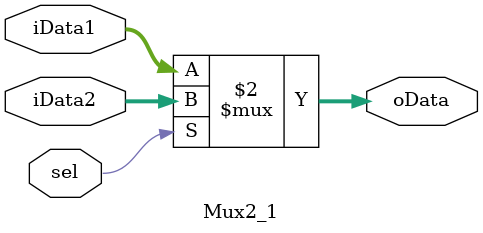
<source format=v>
`timescale 1ns / 1ps


module Mux2_1(
    input [31:0] iData1,
    input [31:0] iData2,
    input sel,
    output [31:0] oData
    );
    assign oData = (sel==1'b0)?iData1:iData2;
endmodule

</source>
